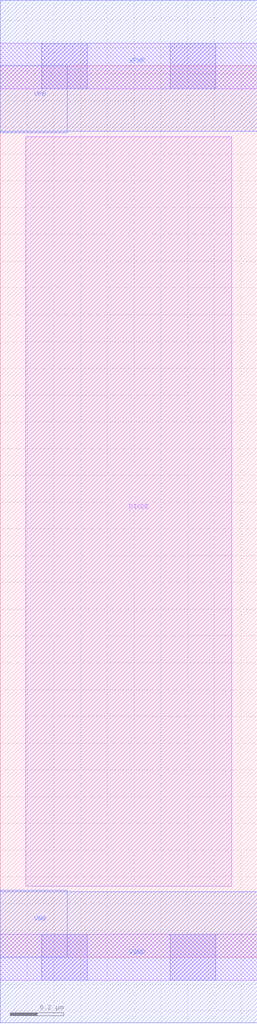
<source format=lef>
# Copyright 2020 The SkyWater PDK Authors
#
# Licensed under the Apache License, Version 2.0 (the "License");
# you may not use this file except in compliance with the License.
# You may obtain a copy of the License at
#
#     https://www.apache.org/licenses/LICENSE-2.0
#
# Unless required by applicable law or agreed to in writing, software
# distributed under the License is distributed on an "AS IS" BASIS,
# WITHOUT WARRANTIES OR CONDITIONS OF ANY KIND, either express or implied.
# See the License for the specific language governing permissions and
# limitations under the License.
#
# SPDX-License-Identifier: Apache-2.0

VERSION 5.5 ;
NAMESCASESENSITIVE ON ;
BUSBITCHARS "[]" ;
DIVIDERCHAR "/" ;
MACRO sky130_fd_sc_hs__diode_2
  CLASS CORE ANTENNACELL ;
  SOURCE USER ;
  ORIGIN  0.000000  0.000000 ;
  SIZE  0.960000 BY  3.330000 ;
  SYMMETRY X Y ;
  SITE unit ;
  PIN DIODE
    ANTENNADIFFAREA  0.641700 ;
    DIRECTION INPUT ;
    PORT
      LAYER li1 ;
        RECT 0.095000 0.265000 0.865000 3.065000 ;
    END
  END DIODE
  PIN VGND
    DIRECTION INOUT ;
    USE GROUND ;
    PORT
      LAYER met1 ;
        RECT 0.000000 -0.245000 0.960000 0.245000 ;
    END
  END VGND
  PIN VNB
    DIRECTION INOUT ;
    USE GROUND ;
    PORT
      LAYER met1 ;
        RECT 0.000000 0.000000 0.250000 0.250000 ;
    END
  END VNB
  PIN VPB
    DIRECTION INOUT ;
    USE POWER ;
    PORT
      LAYER met1 ;
        RECT 0.000000 3.080000 0.250000 3.330000 ;
    END
  END VPB
  PIN VPWR
    DIRECTION INOUT ;
    USE POWER ;
    PORT
      LAYER met1 ;
        RECT 0.000000 3.085000 0.960000 3.575000 ;
    END
  END VPWR
  OBS
    LAYER li1 ;
      RECT 0.000000 -0.085000 0.960000 0.085000 ;
      RECT 0.000000  3.245000 0.960000 3.415000 ;
    LAYER mcon ;
      RECT 0.155000 -0.085000 0.325000 0.085000 ;
      RECT 0.155000  3.245000 0.325000 3.415000 ;
      RECT 0.635000 -0.085000 0.805000 0.085000 ;
      RECT 0.635000  3.245000 0.805000 3.415000 ;
  END
END sky130_fd_sc_hs__diode_2
END LIBRARY

</source>
